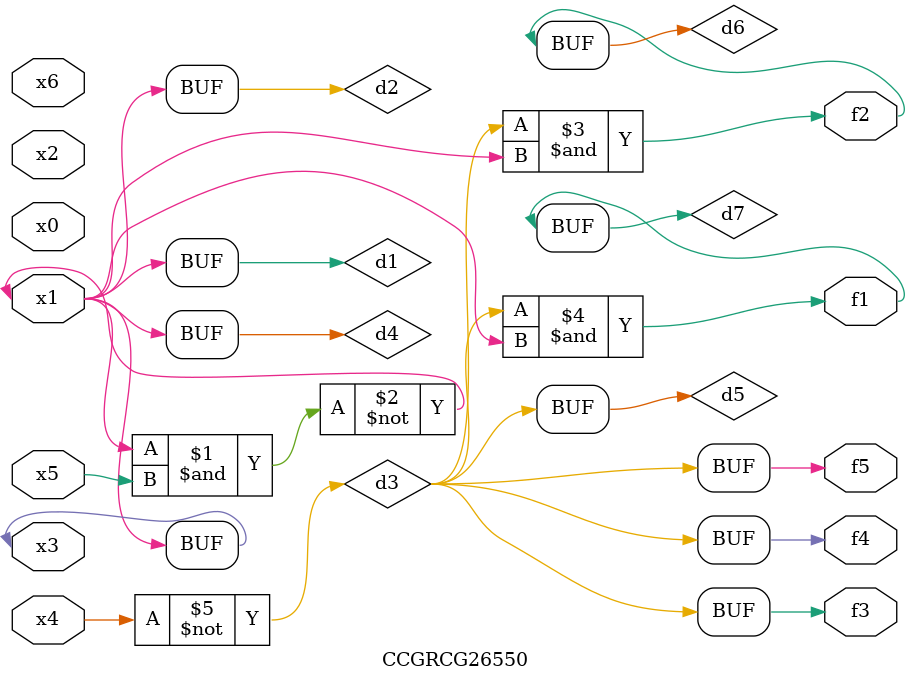
<source format=v>
module CCGRCG26550(
	input x0, x1, x2, x3, x4, x5, x6,
	output f1, f2, f3, f4, f5
);

	wire d1, d2, d3, d4, d5, d6, d7;

	buf (d1, x1, x3);
	nand (d2, x1, x5);
	not (d3, x4);
	buf (d4, d1, d2);
	buf (d5, d3);
	and (d6, d3, d4);
	and (d7, d3, d4);
	assign f1 = d7;
	assign f2 = d6;
	assign f3 = d5;
	assign f4 = d5;
	assign f5 = d5;
endmodule

</source>
